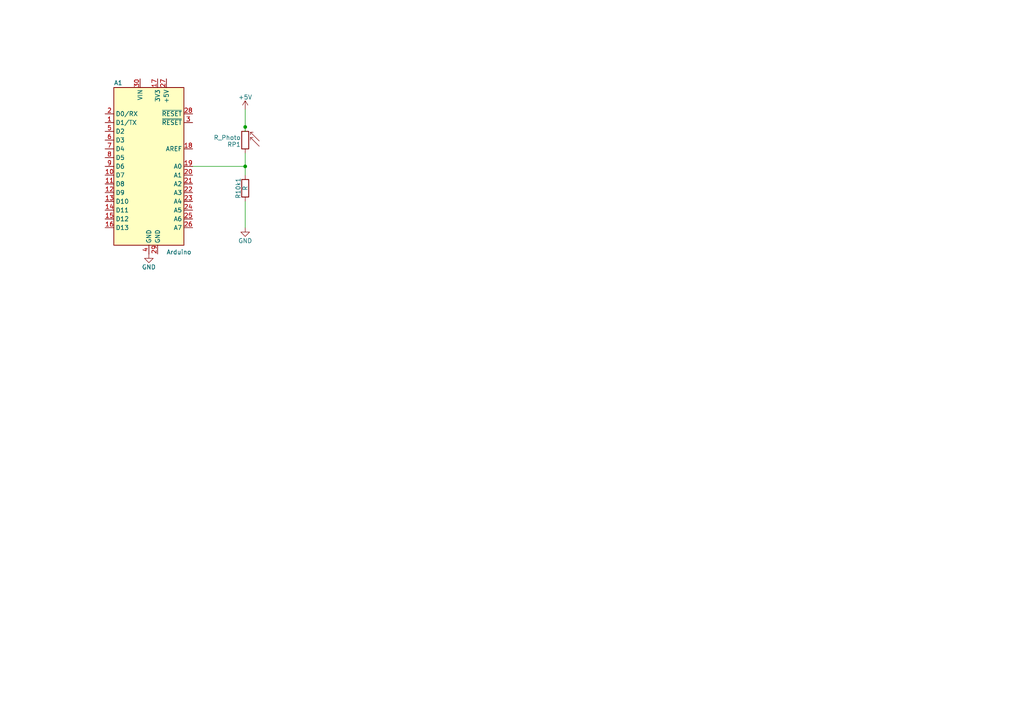
<source format=kicad_sch>
(kicad_sch (version 20250114) (generator "eeschema") (generator_version "9.0")
  (paper "A4")
  (title_block (title "LDR Divider → Arduino Nano A0 (grid 50mil)") (date "2025-09-14") (rev "1.2") (company "Adriana") (comment 1 "Coordenadas en múltiplos de 1.27 mm (50 mil)"))
  (lib_symbols
    (symbol "Device:R" (pin_numbers (hide yes)) (pin_names (offset 0))
      (property "Reference" "R" (at 2.032 0 90))
      (property "Value" "R" (at 0 0 90))
      (symbol "R_0_1"
        (rectangle (start -1.016 -2.54) (end 1.016 2.54) (stroke (width 0.254)))
      )
      (symbol "R_1_1"
        (pin passive line (at 0 3.81 270) (length 1.27) (name "~") (number "1"))
        (pin passive line (at 0 -3.81 90) (length 1.27) (name "~") (number "2"))
      )
    )
    (symbol "Device:R_Photo" (pin_numbers (hide yes)) (pin_names (offset 0))
      (property "Reference" "R" (at 1.27 1.27 0))
      (property "Value" "R_Photo" (at 1.27 0 0))
      (symbol "R_Photo_0_1"
        (polyline (pts (xy -1.524 -0.762) (xy -4.064 1.778)))
        (polyline (pts (xy -1.524 -0.762) (xy -2.286 -0.762)))
        (polyline (pts (xy -1.524 -0.762) (xy -1.524 0)))
        (polyline (pts (xy -1.524 -2.286) (xy -4.064 0.254)))
        (polyline (pts (xy -1.524 -2.286) (xy -2.286 -2.286)))
        (polyline (pts (xy -1.524 -2.286) (xy -1.524 -1.524)))
        (rectangle (start -1.016 2.54) (end 1.016 -2.54) (stroke (width 0.254)))
      )
      (symbol "R_Photo_1_1"
        (pin passive line (at 0 3.81 270) (length 1.27) (name "~") (number "1"))
        (pin passive line (at 0 -3.81 90) (length 1.27) (name "~") (number "2"))
      )
    )
    (symbol "MCU_Module:Arduino_Nano_v3.x"
      (property "Reference" "A" (at -10.16 23.495 0))
      (property "Value" "Arduino_Nano_v3.x" (at 5.08 -24.13 0))
      (symbol "Arduino_Nano_v3.x_0_1"
        (rectangle (start -10.16 22.86) (end 10.16 -22.86) (stroke (width 0.254)) (fill (type background)))
      )
      (symbol "Arduino_Nano_v3.x_1_1"
        (pin bidirectional line (at -12.7 15.24 0) (length 2.54) (name "D0/RX") (number "2"))
        (pin bidirectional line (at -12.7 12.7 0) (length 2.54) (name "D1/TX") (number "1"))
        (pin bidirectional line (at -12.7 10.16 0) (length 2.54) (name "D2") (number "5"))
        (pin bidirectional line (at -12.7 7.62 0) (length 2.54) (name "D3") (number "6"))
        (pin bidirectional line (at -12.7 5.08 0) (length 2.54) (name "D4") (number "7"))
        (pin bidirectional line (at -12.7 2.54 0) (length 2.54) (name "D5") (number "8"))
        (pin bidirectional line (at -12.7 0 0) (length 2.54) (name "D6") (number "9"))
        (pin bidirectional line (at -12.7 -2.54 0) (length 2.54) (name "D7") (number "10"))
        (pin bidirectional line (at -12.7 -5.08 0) (length 2.54) (name "D8") (number "11"))
        (pin bidirectional line (at -12.7 -7.62 0) (length 2.54) (name "D9") (number "12"))
        (pin bidirectional line (at -12.7 -10.16 0) (length 2.54) (name "D10") (number "13"))
        (pin bidirectional line (at -12.7 -12.7 0) (length 2.54) (name "D11") (number "14"))
        (pin bidirectional line (at -12.7 -15.24 0) (length 2.54) (name "D12") (number "15"))
        (pin bidirectional line (at -12.7 -17.78 0) (length 2.54) (name "D13") (number "16"))
        (pin power_in line (at -2.54 25.4 270) (length 2.54) (name "VIN") (number "30"))
        (pin power_in line (at 0 -25.4 90) (length 2.54) (name "GND") (number "4"))
        (pin power_out line (at 2.54 25.4 270) (length 2.54) (name "3V3") (number "17"))
        (pin power_in line (at 2.54 -25.4 90) (length 2.54) (name "GND") (number "29"))
        (pin power_out line (at 5.08 25.4 270) (length 2.54) (name "+5V") (number "27"))
        (pin input line (at 12.7 15.24 180) (length 2.54) (name "~{RESET}") (number "28"))
        (pin input line (at 12.7 12.7 180) (length 2.54) (name "~{RESET}") (number "3"))
        (pin input line (at 12.7 5.08 180) (length 2.54) (name "AREF") (number "18"))
        (pin bidirectional line (at 12.7 0 180) (length 2.54) (name "A0") (number "19"))
        (pin bidirectional line (at 12.7 -2.54 180) (length 2.54) (name "A1") (number "20"))
        (pin bidirectional line (at 12.7 -5.08 180) (length 2.54) (name "A2") (number "21"))
        (pin bidirectional line (at 12.7 -7.62 180) (length 2.54) (name "A3") (number "22"))
        (pin bidirectional line (at 12.7 -10.16 180) (length 2.54) (name "A4") (number "23"))
        (pin bidirectional line (at 12.7 -12.7 180) (length 2.54) (name "A5") (number "24"))
        (pin bidirectional line (at 12.7 -15.24 180) (length 2.54) (name "A6") (number "25"))
        (pin bidirectional line (at 12.7 -17.78 180) (length 2.54) (name "A7") (number "26"))
      )
    )
    (symbol "power:+5V" (power) (pin_numbers (hide yes)) (pin_names (offset 0) (hide yes))
      (property "Value" "+5V" (at 0 3.556 0))
      (symbol "+5V_0_1"
        (polyline (pts (xy -0.762 1.27) (xy 0 2.54)))
        (polyline (pts (xy 0 2.54) (xy 0.762 1.27)))
        (polyline (pts (xy 0 0) (xy 0 2.54)))
      )
      (symbol "+5V_1_1"
        (pin power_in line (at 0 0 90) (length 0) (name "~") (number "1"))
      )
    )
    (symbol "power:GND" (power) (pin_numbers (hide yes)) (pin_names (offset 0) (hide yes))
      (property "Value" "GND" (at 0 -3.81 0))
      (symbol "GND_0_1"
        (polyline (pts (xy 0 0) (xy 0 -1.27) (xy 1.27 -1.27) (xy 0 -2.54) (xy -1.27 -1.27) (xy 0 -1.27)))
      )
      (symbol "GND_1_1"
        (pin power_in line (at 0 0 270) (length 0) (name "~") (number "1"))
      )
    )
  )
  (junction (at 71.12 48.26))
  (junction (at 71.12 36.83))
  (wire (pts (xy 71.12 58.42) (xy 71.12 66.04)))
  (wire (pts (xy 71.12 44.45) (xy 71.12 48.26)))
  (wire (pts (xy 71.12 38.1) (xy 71.12 36.83)))
  (wire (pts (xy 71.12 31.75) (xy 71.12 36.83)))
  (wire (pts (xy 71.12 48.26) (xy 71.12 50.8)))
  (wire (pts (xy 55.88 48.26) (xy 71.12 48.26)))
  (symbol (lib_id "power:+5V") (at 71.12 31.75 0) (unit 1)
    (property "Reference" "#PWR0102" (effects (hide yes)))
    (property "Value" "+5V" (at 71.12 28.194 0))
    (property "Description" "Power symbol creates a global label with name \"+5V\"" (effects (hide yes)))
  )
  (symbol (lib_id "Device:R_Photo") (at 71.12 40.64 180) (unit 1)
    (property "Reference" "RP1" (at 69.85 41.91 0) (effects (justify left)))
    (property "Value" "R_Photo" (at 69.85 40.64 0) (effects (justify left top)))
    (property "Description" "Photoresistor" (effects (hide yes)))
  )
  (symbol (lib_id "Device:R") (at 71.12 54.61 180) (unit 1)
    (property "Reference" "R10k1" (at 69.088 54.61 90))
    (property "Value" "R" (at 71.12 54.61 90))
    (property "Description" "Resistor" (effects (hide yes)))
  )
  (symbol (lib_id "power:GND") (at 71.12 66.04 0) (unit 1)
    (property "Reference" "#PWR0101" (effects (hide yes)))
    (property "Value" "GND" (at 71.12 69.85 0))
    (property "Description" "Power symbol creates a global label with name \"GND\" , ground" (effects (hide yes)))
  )
  (symbol (lib_id "MCU_Module:Arduino_Nano_v3.x") (at 43.18 48.26 0) (unit 1)
    (property "Reference" "A1" (at 33.02 24.765 0) (effects (justify left bottom)))
    (property "Value" "Arduino" (at 48.26 72.39 0) (effects (justify left top)))
    (property "Footprint" "Module:Arduino_Nano" (effects (hide yes)))
    (property "Datasheet" "http://www.mouser.com/pdfdocs/Gravitech_Arduino_Nano3_0.pdf" (effects (hide yes)))
    (property "Description" "Arduino Nano v3.x" (effects (hide yes)))
  )
  (symbol (lib_id "power:GND") (at 43.18 73.66 0) (unit 1)
    (property "Reference" "#PWR01" (effects (hide yes)))
    (property "Value" "GND" (at 43.18 77.47 0))
    (property "Description" "Power symbol creates a global label with name \"GND\" , ground" (effects (hide yes)))
  )
)
</source>
